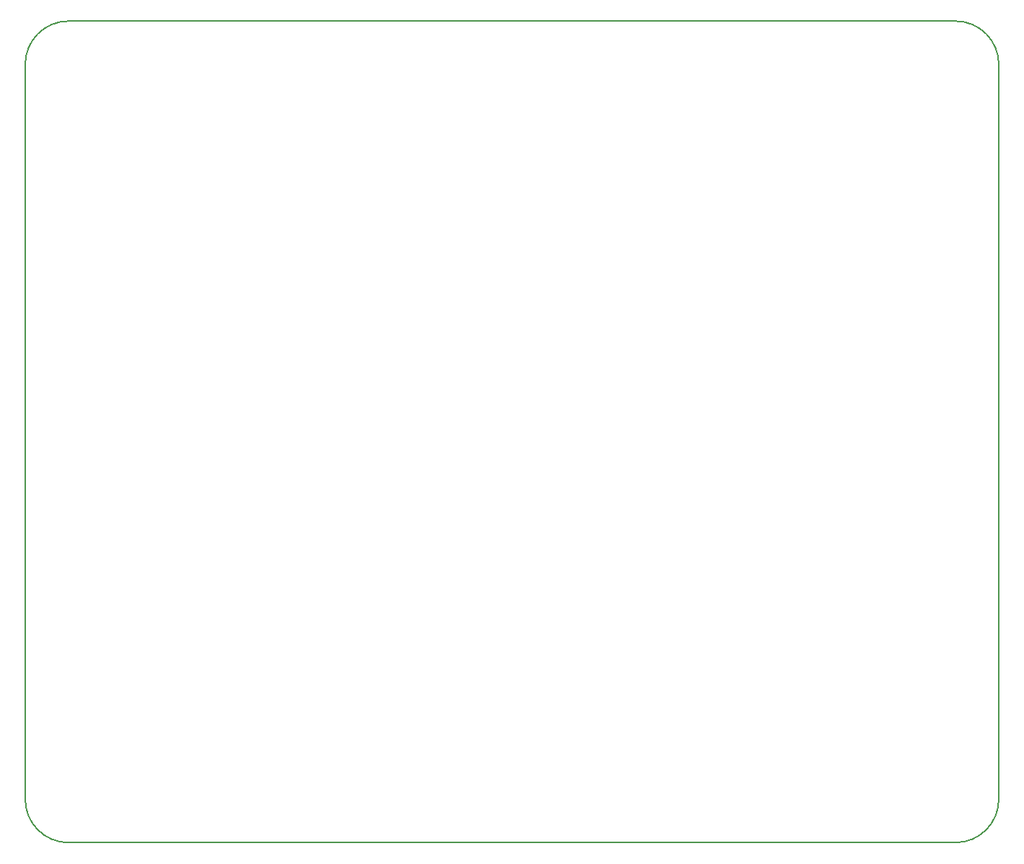
<source format=gbr>
G04 #@! TF.FileFunction,Profile,NP*
%FSLAX46Y46*%
G04 Gerber Fmt 4.6, Leading zero omitted, Abs format (unit mm)*
G04 Created by KiCad (PCBNEW 4.0.1-stable) date 5/1/2017 11:26:12 AM*
%MOMM*%
G01*
G04 APERTURE LIST*
%ADD10C,0.100000*%
%ADD11C,0.200000*%
G04 APERTURE END LIST*
D10*
D11*
X71120000Y-149860000D02*
X71120000Y-63500000D01*
X180340000Y-154940000D02*
X76200000Y-154940000D01*
X185420000Y-63500000D02*
X185420000Y-149860000D01*
X76200000Y-58420000D02*
X180340000Y-58420000D01*
X76200000Y-58420000D02*
G75*
G03X71120000Y-63500000I0J-5080000D01*
G01*
X71120000Y-149860000D02*
G75*
G03X76200000Y-154940000I5080000J0D01*
G01*
X180340000Y-154940000D02*
G75*
G03X185420000Y-149860000I0J5080000D01*
G01*
X185420000Y-63500000D02*
G75*
G03X180340000Y-58420000I-5080000J0D01*
G01*
M02*

</source>
